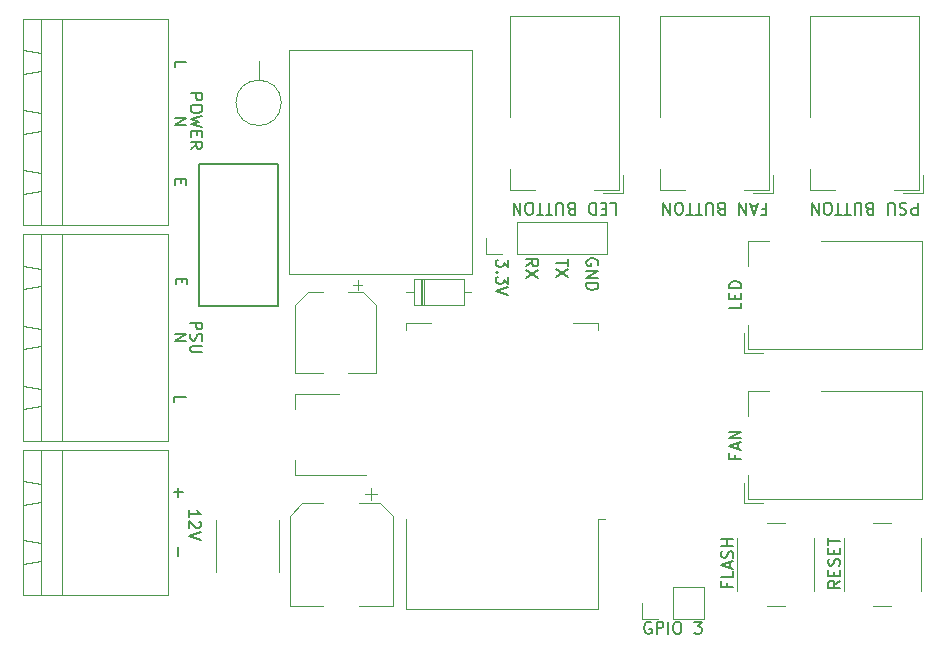
<source format=gbr>
G04 #@! TF.GenerationSoftware,KiCad,Pcbnew,(5.1.2)-2*
G04 #@! TF.CreationDate,2020-09-10T18:09:44+02:00*
G04 #@! TF.ProjectId,enclosure_helper,656e636c-6f73-4757-9265-5f68656c7065,rev?*
G04 #@! TF.SameCoordinates,Original*
G04 #@! TF.FileFunction,Legend,Top*
G04 #@! TF.FilePolarity,Positive*
%FSLAX46Y46*%
G04 Gerber Fmt 4.6, Leading zero omitted, Abs format (unit mm)*
G04 Created by KiCad (PCBNEW (5.1.2)-2) date 2020-09-10 18:09:44*
%MOMM*%
%LPD*%
G04 APERTURE LIST*
%ADD10C,0.150000*%
%ADD11C,0.120000*%
G04 APERTURE END LIST*
D10*
X161871257Y-120848500D02*
X161776019Y-120800880D01*
X161633161Y-120800880D01*
X161490304Y-120848500D01*
X161395066Y-120943738D01*
X161347447Y-121038976D01*
X161299828Y-121229452D01*
X161299828Y-121372309D01*
X161347447Y-121562785D01*
X161395066Y-121658023D01*
X161490304Y-121753261D01*
X161633161Y-121800880D01*
X161728400Y-121800880D01*
X161871257Y-121753261D01*
X161918876Y-121705642D01*
X161918876Y-121372309D01*
X161728400Y-121372309D01*
X162347447Y-121800880D02*
X162347447Y-120800880D01*
X162728400Y-120800880D01*
X162823638Y-120848500D01*
X162871257Y-120896119D01*
X162918876Y-120991357D01*
X162918876Y-121134214D01*
X162871257Y-121229452D01*
X162823638Y-121277071D01*
X162728400Y-121324690D01*
X162347447Y-121324690D01*
X163347447Y-121800880D02*
X163347447Y-120800880D01*
X164014114Y-120800880D02*
X164204590Y-120800880D01*
X164299828Y-120848500D01*
X164395066Y-120943738D01*
X164442685Y-121134214D01*
X164442685Y-121467547D01*
X164395066Y-121658023D01*
X164299828Y-121753261D01*
X164204590Y-121800880D01*
X164014114Y-121800880D01*
X163918876Y-121753261D01*
X163823638Y-121658023D01*
X163776019Y-121467547D01*
X163776019Y-121134214D01*
X163823638Y-120943738D01*
X163918876Y-120848500D01*
X164014114Y-120800880D01*
X165537923Y-120800880D02*
X166156971Y-120800880D01*
X165823638Y-121181833D01*
X165966495Y-121181833D01*
X166061733Y-121229452D01*
X166109352Y-121277071D01*
X166156971Y-121372309D01*
X166156971Y-121610404D01*
X166109352Y-121705642D01*
X166061733Y-121753261D01*
X165966495Y-121800880D01*
X165680780Y-121800880D01*
X165585542Y-121753261D01*
X165537923Y-121705642D01*
X122143828Y-91733714D02*
X122143828Y-92067047D01*
X121620019Y-92209904D02*
X121620019Y-91733714D01*
X122620019Y-91733714D01*
X122620019Y-92209904D01*
X122054928Y-83300914D02*
X122054928Y-83634247D01*
X121531119Y-83777104D02*
X121531119Y-83300914D01*
X122531119Y-83300914D01*
X122531119Y-83777104D01*
X157357700Y-90601895D02*
X157405319Y-90506657D01*
X157405319Y-90363800D01*
X157357700Y-90220942D01*
X157262461Y-90125704D01*
X157167223Y-90078085D01*
X156976747Y-90030466D01*
X156833890Y-90030466D01*
X156643414Y-90078085D01*
X156548176Y-90125704D01*
X156452938Y-90220942D01*
X156405319Y-90363800D01*
X156405319Y-90459038D01*
X156452938Y-90601895D01*
X156500557Y-90649514D01*
X156833890Y-90649514D01*
X156833890Y-90459038D01*
X156405319Y-91078085D02*
X157405319Y-91078085D01*
X156405319Y-91649514D01*
X157405319Y-91649514D01*
X156405319Y-92125704D02*
X157405319Y-92125704D01*
X157405319Y-92363800D01*
X157357700Y-92506657D01*
X157262461Y-92601895D01*
X157167223Y-92649514D01*
X156976747Y-92697133D01*
X156833890Y-92697133D01*
X156643414Y-92649514D01*
X156548176Y-92601895D01*
X156452938Y-92506657D01*
X156405319Y-92363800D01*
X156405319Y-92125704D01*
X154865319Y-90093895D02*
X154865319Y-90665323D01*
X153865319Y-90379609D02*
X154865319Y-90379609D01*
X154865319Y-90903419D02*
X153865319Y-91570085D01*
X154865319Y-91570085D02*
X153865319Y-90903419D01*
X151325319Y-90689133D02*
X151801509Y-90355800D01*
X151325319Y-90117704D02*
X152325319Y-90117704D01*
X152325319Y-90498657D01*
X152277700Y-90593895D01*
X152230080Y-90641514D01*
X152134842Y-90689133D01*
X151991985Y-90689133D01*
X151896747Y-90641514D01*
X151849128Y-90593895D01*
X151801509Y-90498657D01*
X151801509Y-90117704D01*
X152325319Y-91022466D02*
X151325319Y-91689133D01*
X152325319Y-91689133D02*
X151325319Y-91022466D01*
X149785319Y-90141609D02*
X149785319Y-90760657D01*
X149404366Y-90427323D01*
X149404366Y-90570180D01*
X149356747Y-90665419D01*
X149309128Y-90713038D01*
X149213890Y-90760657D01*
X148975795Y-90760657D01*
X148880557Y-90713038D01*
X148832938Y-90665419D01*
X148785319Y-90570180D01*
X148785319Y-90284466D01*
X148832938Y-90189228D01*
X148880557Y-90141609D01*
X148880557Y-91189228D02*
X148832938Y-91236847D01*
X148785319Y-91189228D01*
X148832938Y-91141609D01*
X148880557Y-91189228D01*
X148785319Y-91189228D01*
X149785319Y-91570180D02*
X149785319Y-92189228D01*
X149404366Y-91855895D01*
X149404366Y-91998752D01*
X149356747Y-92093990D01*
X149309128Y-92141609D01*
X149213890Y-92189228D01*
X148975795Y-92189228D01*
X148880557Y-92141609D01*
X148832938Y-92093990D01*
X148785319Y-91998752D01*
X148785319Y-91713038D01*
X148832938Y-91617800D01*
X148880557Y-91570180D01*
X149785319Y-92474942D02*
X148785319Y-92808276D01*
X149785319Y-93141609D01*
X121813628Y-115239752D02*
X121813628Y-114477847D01*
X121488247Y-109850228D02*
X122250152Y-109850228D01*
X121869200Y-110231180D02*
X121869200Y-109469276D01*
X122877319Y-95461295D02*
X123877319Y-95461295D01*
X123877319Y-95842247D01*
X123829700Y-95937485D01*
X123782080Y-95985104D01*
X123686842Y-96032723D01*
X123543985Y-96032723D01*
X123448747Y-95985104D01*
X123401128Y-95937485D01*
X123353509Y-95842247D01*
X123353509Y-95461295D01*
X122924938Y-96413676D02*
X122877319Y-96556533D01*
X122877319Y-96794628D01*
X122924938Y-96889866D01*
X122972557Y-96937485D01*
X123067795Y-96985104D01*
X123163033Y-96985104D01*
X123258271Y-96937485D01*
X123305890Y-96889866D01*
X123353509Y-96794628D01*
X123401128Y-96604152D01*
X123448747Y-96508914D01*
X123496366Y-96461295D01*
X123591604Y-96413676D01*
X123686842Y-96413676D01*
X123782080Y-96461295D01*
X123829700Y-96508914D01*
X123877319Y-96604152D01*
X123877319Y-96842247D01*
X123829700Y-96985104D01*
X123877319Y-97413676D02*
X123067795Y-97413676D01*
X122972557Y-97461295D01*
X122924938Y-97508914D01*
X122877319Y-97604152D01*
X122877319Y-97794628D01*
X122924938Y-97889866D01*
X122972557Y-97937485D01*
X123067795Y-97985104D01*
X123877319Y-97985104D01*
X122537480Y-97008914D02*
X121537480Y-97008914D01*
X122537480Y-96437485D01*
X121537480Y-96437485D01*
X121493019Y-102227023D02*
X121493019Y-101750833D01*
X122493019Y-101750833D01*
X121531119Y-78149485D02*
X122531119Y-78149485D01*
X121531119Y-78720914D01*
X122531119Y-78720914D01*
X121531119Y-73842523D02*
X121531119Y-73366333D01*
X122531119Y-73366333D01*
X122890019Y-76062176D02*
X123890019Y-76062176D01*
X123890019Y-76443128D01*
X123842400Y-76538366D01*
X123794780Y-76585985D01*
X123699542Y-76633604D01*
X123556685Y-76633604D01*
X123461447Y-76585985D01*
X123413828Y-76538366D01*
X123366209Y-76443128D01*
X123366209Y-76062176D01*
X123890019Y-77252652D02*
X123890019Y-77443128D01*
X123842400Y-77538366D01*
X123747161Y-77633604D01*
X123556685Y-77681223D01*
X123223352Y-77681223D01*
X123032876Y-77633604D01*
X122937638Y-77538366D01*
X122890019Y-77443128D01*
X122890019Y-77252652D01*
X122937638Y-77157414D01*
X123032876Y-77062176D01*
X123223352Y-77014557D01*
X123556685Y-77014557D01*
X123747161Y-77062176D01*
X123842400Y-77157414D01*
X123890019Y-77252652D01*
X123890019Y-78014557D02*
X122890019Y-78252652D01*
X123604304Y-78443128D01*
X122890019Y-78633604D01*
X123890019Y-78871700D01*
X123413828Y-79252652D02*
X123413828Y-79585985D01*
X122890019Y-79728842D02*
X122890019Y-79252652D01*
X123890019Y-79252652D01*
X123890019Y-79728842D01*
X122890019Y-80728842D02*
X123366209Y-80395509D01*
X122890019Y-80157414D02*
X123890019Y-80157414D01*
X123890019Y-80538366D01*
X123842400Y-80633604D01*
X123794780Y-80681223D01*
X123699542Y-80728842D01*
X123556685Y-80728842D01*
X123461447Y-80681223D01*
X123413828Y-80633604D01*
X123366209Y-80538366D01*
X123366209Y-80157414D01*
X158428842Y-85323419D02*
X158905033Y-85323419D01*
X158905033Y-86323419D01*
X158095509Y-85847228D02*
X157762176Y-85847228D01*
X157619319Y-85323419D02*
X158095509Y-85323419D01*
X158095509Y-86323419D01*
X157619319Y-86323419D01*
X157190747Y-85323419D02*
X157190747Y-86323419D01*
X156952652Y-86323419D01*
X156809795Y-86275800D01*
X156714557Y-86180561D01*
X156666938Y-86085323D01*
X156619319Y-85894847D01*
X156619319Y-85751990D01*
X156666938Y-85561514D01*
X156714557Y-85466276D01*
X156809795Y-85371038D01*
X156952652Y-85323419D01*
X157190747Y-85323419D01*
X155095509Y-85847228D02*
X154952652Y-85799609D01*
X154905033Y-85751990D01*
X154857414Y-85656752D01*
X154857414Y-85513895D01*
X154905033Y-85418657D01*
X154952652Y-85371038D01*
X155047890Y-85323419D01*
X155428842Y-85323419D01*
X155428842Y-86323419D01*
X155095509Y-86323419D01*
X155000271Y-86275800D01*
X154952652Y-86228180D01*
X154905033Y-86132942D01*
X154905033Y-86037704D01*
X154952652Y-85942466D01*
X155000271Y-85894847D01*
X155095509Y-85847228D01*
X155428842Y-85847228D01*
X154428842Y-86323419D02*
X154428842Y-85513895D01*
X154381223Y-85418657D01*
X154333604Y-85371038D01*
X154238366Y-85323419D01*
X154047890Y-85323419D01*
X153952652Y-85371038D01*
X153905033Y-85418657D01*
X153857414Y-85513895D01*
X153857414Y-86323419D01*
X153524080Y-86323419D02*
X152952652Y-86323419D01*
X153238366Y-85323419D02*
X153238366Y-86323419D01*
X152762176Y-86323419D02*
X152190747Y-86323419D01*
X152476461Y-85323419D02*
X152476461Y-86323419D01*
X151666938Y-86323419D02*
X151476461Y-86323419D01*
X151381223Y-86275800D01*
X151285985Y-86180561D01*
X151238366Y-85990085D01*
X151238366Y-85656752D01*
X151285985Y-85466276D01*
X151381223Y-85371038D01*
X151476461Y-85323419D01*
X151666938Y-85323419D01*
X151762176Y-85371038D01*
X151857414Y-85466276D01*
X151905033Y-85656752D01*
X151905033Y-85990085D01*
X151857414Y-86180561D01*
X151762176Y-86275800D01*
X151666938Y-86323419D01*
X150809795Y-85323419D02*
X150809795Y-86323419D01*
X150238366Y-85323419D01*
X150238366Y-86323419D01*
X171295509Y-85847228D02*
X171628842Y-85847228D01*
X171628842Y-85323419D02*
X171628842Y-86323419D01*
X171152652Y-86323419D01*
X170819319Y-85609133D02*
X170343128Y-85609133D01*
X170914557Y-85323419D02*
X170581223Y-86323419D01*
X170247890Y-85323419D01*
X169914557Y-85323419D02*
X169914557Y-86323419D01*
X169343128Y-85323419D01*
X169343128Y-86323419D01*
X167771700Y-85847228D02*
X167628842Y-85799609D01*
X167581223Y-85751990D01*
X167533604Y-85656752D01*
X167533604Y-85513895D01*
X167581223Y-85418657D01*
X167628842Y-85371038D01*
X167724080Y-85323419D01*
X168105033Y-85323419D01*
X168105033Y-86323419D01*
X167771700Y-86323419D01*
X167676461Y-86275800D01*
X167628842Y-86228180D01*
X167581223Y-86132942D01*
X167581223Y-86037704D01*
X167628842Y-85942466D01*
X167676461Y-85894847D01*
X167771700Y-85847228D01*
X168105033Y-85847228D01*
X167105033Y-86323419D02*
X167105033Y-85513895D01*
X167057414Y-85418657D01*
X167009795Y-85371038D01*
X166914557Y-85323419D01*
X166724080Y-85323419D01*
X166628842Y-85371038D01*
X166581223Y-85418657D01*
X166533604Y-85513895D01*
X166533604Y-86323419D01*
X166200271Y-86323419D02*
X165628842Y-86323419D01*
X165914557Y-85323419D02*
X165914557Y-86323419D01*
X165438366Y-86323419D02*
X164866938Y-86323419D01*
X165152652Y-85323419D02*
X165152652Y-86323419D01*
X164343128Y-86323419D02*
X164152652Y-86323419D01*
X164057414Y-86275800D01*
X163962176Y-86180561D01*
X163914557Y-85990085D01*
X163914557Y-85656752D01*
X163962176Y-85466276D01*
X164057414Y-85371038D01*
X164152652Y-85323419D01*
X164343128Y-85323419D01*
X164438366Y-85371038D01*
X164533604Y-85466276D01*
X164581223Y-85656752D01*
X164581223Y-85990085D01*
X164533604Y-86180561D01*
X164438366Y-86275800D01*
X164343128Y-86323419D01*
X163485985Y-85323419D02*
X163485985Y-86323419D01*
X162914557Y-85323419D01*
X162914557Y-86323419D01*
X184447890Y-85323419D02*
X184447890Y-86323419D01*
X184066938Y-86323419D01*
X183971700Y-86275800D01*
X183924080Y-86228180D01*
X183876461Y-86132942D01*
X183876461Y-85990085D01*
X183924080Y-85894847D01*
X183971700Y-85847228D01*
X184066938Y-85799609D01*
X184447890Y-85799609D01*
X183495509Y-85371038D02*
X183352652Y-85323419D01*
X183114557Y-85323419D01*
X183019319Y-85371038D01*
X182971700Y-85418657D01*
X182924080Y-85513895D01*
X182924080Y-85609133D01*
X182971700Y-85704371D01*
X183019319Y-85751990D01*
X183114557Y-85799609D01*
X183305033Y-85847228D01*
X183400271Y-85894847D01*
X183447890Y-85942466D01*
X183495509Y-86037704D01*
X183495509Y-86132942D01*
X183447890Y-86228180D01*
X183400271Y-86275800D01*
X183305033Y-86323419D01*
X183066938Y-86323419D01*
X182924080Y-86275800D01*
X182495509Y-86323419D02*
X182495509Y-85513895D01*
X182447890Y-85418657D01*
X182400271Y-85371038D01*
X182305033Y-85323419D01*
X182114557Y-85323419D01*
X182019319Y-85371038D01*
X181971700Y-85418657D01*
X181924080Y-85513895D01*
X181924080Y-86323419D01*
X180352652Y-85847228D02*
X180209795Y-85799609D01*
X180162176Y-85751990D01*
X180114557Y-85656752D01*
X180114557Y-85513895D01*
X180162176Y-85418657D01*
X180209795Y-85371038D01*
X180305033Y-85323419D01*
X180685985Y-85323419D01*
X180685985Y-86323419D01*
X180352652Y-86323419D01*
X180257414Y-86275800D01*
X180209795Y-86228180D01*
X180162176Y-86132942D01*
X180162176Y-86037704D01*
X180209795Y-85942466D01*
X180257414Y-85894847D01*
X180352652Y-85847228D01*
X180685985Y-85847228D01*
X179685985Y-86323419D02*
X179685985Y-85513895D01*
X179638366Y-85418657D01*
X179590747Y-85371038D01*
X179495509Y-85323419D01*
X179305033Y-85323419D01*
X179209795Y-85371038D01*
X179162176Y-85418657D01*
X179114557Y-85513895D01*
X179114557Y-86323419D01*
X178781223Y-86323419D02*
X178209795Y-86323419D01*
X178495509Y-85323419D02*
X178495509Y-86323419D01*
X178019319Y-86323419D02*
X177447890Y-86323419D01*
X177733604Y-85323419D02*
X177733604Y-86323419D01*
X176924080Y-86323419D02*
X176733604Y-86323419D01*
X176638366Y-86275800D01*
X176543128Y-86180561D01*
X176495509Y-85990085D01*
X176495509Y-85656752D01*
X176543128Y-85466276D01*
X176638366Y-85371038D01*
X176733604Y-85323419D01*
X176924080Y-85323419D01*
X177019319Y-85371038D01*
X177114557Y-85466276D01*
X177162176Y-85656752D01*
X177162176Y-85990085D01*
X177114557Y-86180561D01*
X177019319Y-86275800D01*
X176924080Y-86323419D01*
X176066938Y-85323419D02*
X176066938Y-86323419D01*
X175495509Y-85323419D01*
X175495509Y-86323419D01*
X168305171Y-117527176D02*
X168305171Y-117860509D01*
X168828980Y-117860509D02*
X167828980Y-117860509D01*
X167828980Y-117384319D01*
X168828980Y-116527176D02*
X168828980Y-117003366D01*
X167828980Y-117003366D01*
X168543266Y-116241461D02*
X168543266Y-115765271D01*
X168828980Y-116336700D02*
X167828980Y-116003366D01*
X168828980Y-115670033D01*
X168781361Y-115384319D02*
X168828980Y-115241461D01*
X168828980Y-115003366D01*
X168781361Y-114908128D01*
X168733742Y-114860509D01*
X168638504Y-114812890D01*
X168543266Y-114812890D01*
X168448028Y-114860509D01*
X168400409Y-114908128D01*
X168352790Y-115003366D01*
X168305171Y-115193842D01*
X168257552Y-115289080D01*
X168209933Y-115336700D01*
X168114695Y-115384319D01*
X168019457Y-115384319D01*
X167924219Y-115336700D01*
X167876600Y-115289080D01*
X167828980Y-115193842D01*
X167828980Y-114955747D01*
X167876600Y-114812890D01*
X168828980Y-114384319D02*
X167828980Y-114384319D01*
X168305171Y-114384319D02*
X168305171Y-113812890D01*
X168828980Y-113812890D02*
X167828980Y-113812890D01*
X177858680Y-117327180D02*
X177382490Y-117660514D01*
X177858680Y-117898609D02*
X176858680Y-117898609D01*
X176858680Y-117517657D01*
X176906300Y-117422419D01*
X176953919Y-117374800D01*
X177049157Y-117327180D01*
X177192014Y-117327180D01*
X177287252Y-117374800D01*
X177334871Y-117422419D01*
X177382490Y-117517657D01*
X177382490Y-117898609D01*
X177334871Y-116898609D02*
X177334871Y-116565276D01*
X177858680Y-116422419D02*
X177858680Y-116898609D01*
X176858680Y-116898609D01*
X176858680Y-116422419D01*
X177811061Y-116041466D02*
X177858680Y-115898609D01*
X177858680Y-115660514D01*
X177811061Y-115565276D01*
X177763442Y-115517657D01*
X177668204Y-115470038D01*
X177572966Y-115470038D01*
X177477728Y-115517657D01*
X177430109Y-115565276D01*
X177382490Y-115660514D01*
X177334871Y-115850990D01*
X177287252Y-115946228D01*
X177239633Y-115993847D01*
X177144395Y-116041466D01*
X177049157Y-116041466D01*
X176953919Y-115993847D01*
X176906300Y-115946228D01*
X176858680Y-115850990D01*
X176858680Y-115612895D01*
X176906300Y-115470038D01*
X177334871Y-115041466D02*
X177334871Y-114708133D01*
X177858680Y-114565276D02*
X177858680Y-115041466D01*
X176858680Y-115041466D01*
X176858680Y-114565276D01*
X176858680Y-114279561D02*
X176858680Y-113708133D01*
X177858680Y-113993847D02*
X176858680Y-113993847D01*
X168978271Y-106651323D02*
X168978271Y-106984657D01*
X169502080Y-106984657D02*
X168502080Y-106984657D01*
X168502080Y-106508466D01*
X169216366Y-106175133D02*
X169216366Y-105698942D01*
X169502080Y-106270371D02*
X168502080Y-105937038D01*
X169502080Y-105603704D01*
X169502080Y-105270371D02*
X168502080Y-105270371D01*
X169502080Y-104698942D01*
X168502080Y-104698942D01*
X169502080Y-93784657D02*
X169502080Y-94260847D01*
X168502080Y-94260847D01*
X168978271Y-93451323D02*
X168978271Y-93117990D01*
X169502080Y-92975133D02*
X169502080Y-93451323D01*
X168502080Y-93451323D01*
X168502080Y-92975133D01*
X169502080Y-92546561D02*
X168502080Y-92546561D01*
X168502080Y-92308466D01*
X168549700Y-92165609D01*
X168644938Y-92070371D01*
X168740176Y-92022752D01*
X168930652Y-91975133D01*
X169073509Y-91975133D01*
X169263985Y-92022752D01*
X169359223Y-92070371D01*
X169454461Y-92165609D01*
X169502080Y-92308466D01*
X169502080Y-92546561D01*
X122737619Y-111941052D02*
X122737619Y-111369623D01*
X122737619Y-111655338D02*
X123737619Y-111655338D01*
X123594761Y-111560100D01*
X123499523Y-111464861D01*
X123451904Y-111369623D01*
X123642380Y-112322004D02*
X123690000Y-112369623D01*
X123737619Y-112464861D01*
X123737619Y-112702957D01*
X123690000Y-112798195D01*
X123642380Y-112845814D01*
X123547142Y-112893433D01*
X123451904Y-112893433D01*
X123309047Y-112845814D01*
X122737619Y-112274385D01*
X122737619Y-112893433D01*
X123737619Y-113179147D02*
X122737619Y-113512480D01*
X123737619Y-113845814D01*
D11*
X130343100Y-116613252D02*
X130343100Y-112205748D01*
X125003100Y-116613252D02*
X125003100Y-112205748D01*
D10*
X130301000Y-82065300D02*
X123601000Y-82065300D01*
X130301000Y-94065300D02*
X123601000Y-94065300D01*
X130301000Y-82065300D02*
X130301000Y-94065300D01*
X123601000Y-82065300D02*
X123601000Y-94065300D01*
D11*
X159171700Y-84235800D02*
X157071700Y-84235800D01*
X159471700Y-84535800D02*
X159471700Y-82935800D01*
X157771700Y-84535800D02*
X159471700Y-84535800D01*
X149971700Y-84235800D02*
X149971700Y-82435800D01*
X152071700Y-84235800D02*
X149971700Y-84235800D01*
X159171700Y-69535800D02*
X159171700Y-84235800D01*
X149971700Y-69535800D02*
X159171700Y-69535800D01*
X149971700Y-78035800D02*
X149971700Y-69535800D01*
X146719700Y-72369800D02*
X144969700Y-72369800D01*
X131219700Y-72369800D02*
X132969700Y-72369800D01*
X131219700Y-72369800D02*
X131219700Y-75769800D01*
X146719700Y-91369800D02*
X138969700Y-91369800D01*
X146719700Y-91369800D02*
X146719700Y-87969800D01*
X131219700Y-91369800D02*
X131219700Y-87969800D01*
X146719700Y-91369800D02*
X146719700Y-88369800D01*
X131219700Y-72369800D02*
X146719700Y-72369800D01*
X131219700Y-91369800D02*
X131219700Y-72369800D01*
X146719700Y-91369800D02*
X131219700Y-91369800D01*
X146719700Y-72369800D02*
X146719700Y-91369800D01*
X128651000Y-74940400D02*
X128651000Y-73280400D01*
X130571000Y-76860400D02*
G75*
G03X130571000Y-76860400I-1920000J0D01*
G01*
X137425130Y-92278130D02*
X136637630Y-92278130D01*
X137031380Y-91884380D02*
X137031380Y-92671880D01*
X132838317Y-92911880D02*
X131773880Y-93976317D01*
X137529443Y-92911880D02*
X138593880Y-93976317D01*
X137529443Y-92911880D02*
X136243880Y-92911880D01*
X132838317Y-92911880D02*
X134123880Y-92911880D01*
X131773880Y-93976317D02*
X131773880Y-99731880D01*
X138593880Y-93976317D02*
X138593880Y-99731880D01*
X138593880Y-99731880D02*
X136243880Y-99731880D01*
X131773880Y-99731880D02*
X134123880Y-99731880D01*
X171871700Y-84235800D02*
X169771700Y-84235800D01*
X172171700Y-84535800D02*
X172171700Y-82935800D01*
X170471700Y-84535800D02*
X172171700Y-84535800D01*
X162671700Y-84235800D02*
X162671700Y-82435800D01*
X164771700Y-84235800D02*
X162671700Y-84235800D01*
X171871700Y-69535800D02*
X171871700Y-84235800D01*
X162671700Y-69535800D02*
X171871700Y-69535800D01*
X162671700Y-78035800D02*
X162671700Y-69535800D01*
X161128400Y-120544900D02*
X161128400Y-119214900D01*
X162458400Y-120544900D02*
X161128400Y-120544900D01*
X163728400Y-120544900D02*
X163728400Y-117884900D01*
X163728400Y-117884900D02*
X166328400Y-117884900D01*
X163728400Y-120544900D02*
X166328400Y-120544900D01*
X166328400Y-120544900D02*
X166328400Y-117884900D01*
X137716700Y-108362800D02*
X131706700Y-108362800D01*
X135466700Y-101542800D02*
X131706700Y-101542800D01*
X131706700Y-108362800D02*
X131706700Y-107102800D01*
X131706700Y-101542800D02*
X131706700Y-102802800D01*
X138658700Y-110012800D02*
X137658700Y-110012800D01*
X138158700Y-109512800D02*
X138158700Y-110512800D01*
X132353137Y-110752800D02*
X131288700Y-111817237D01*
X138944263Y-110752800D02*
X140008700Y-111817237D01*
X138944263Y-110752800D02*
X137158700Y-110752800D01*
X132353137Y-110752800D02*
X134138700Y-110752800D01*
X131288700Y-111817237D02*
X131288700Y-119472800D01*
X140008700Y-111817237D02*
X140008700Y-119472800D01*
X140008700Y-119472800D02*
X137158700Y-119472800D01*
X131288700Y-119472800D02*
X134138700Y-119472800D01*
X110236600Y-82790600D02*
X108736600Y-82540600D01*
X110236600Y-84290600D02*
X110236600Y-82790600D01*
X108736600Y-84540600D02*
X110236600Y-84290600D01*
X108736600Y-82540600D02*
X108736600Y-84540600D01*
X110236600Y-77710600D02*
X108736600Y-77460600D01*
X110236600Y-79210600D02*
X110236600Y-77710600D01*
X108736600Y-79460600D02*
X110236600Y-79210600D01*
X108736600Y-77460600D02*
X108736600Y-79460600D01*
X110236600Y-72630600D02*
X108736600Y-72380600D01*
X110236600Y-74130600D02*
X110236600Y-72630600D01*
X108736600Y-74380600D02*
X110236600Y-74130600D01*
X108736600Y-72380600D02*
X108736600Y-74380600D01*
X110236600Y-87190600D02*
X110236600Y-69730600D01*
X112036600Y-87190600D02*
X110236600Y-87190600D01*
X112036600Y-69730600D02*
X112036600Y-87190600D01*
X110236600Y-69730600D02*
X112036600Y-69730600D01*
X120956600Y-87190600D02*
X120956600Y-69730600D01*
X108736600Y-87190600D02*
X120956600Y-87190600D01*
X108736600Y-69730600D02*
X108736600Y-87190600D01*
X120956600Y-69730600D02*
X108736600Y-69730600D01*
X110223900Y-101053200D02*
X108723900Y-100803200D01*
X110223900Y-102553200D02*
X110223900Y-101053200D01*
X108723900Y-102803200D02*
X110223900Y-102553200D01*
X108723900Y-100803200D02*
X108723900Y-102803200D01*
X110223900Y-95973200D02*
X108723900Y-95723200D01*
X110223900Y-97473200D02*
X110223900Y-95973200D01*
X108723900Y-97723200D02*
X110223900Y-97473200D01*
X108723900Y-95723200D02*
X108723900Y-97723200D01*
X110223900Y-90893200D02*
X108723900Y-90643200D01*
X110223900Y-92393200D02*
X110223900Y-90893200D01*
X108723900Y-92643200D02*
X110223900Y-92393200D01*
X108723900Y-90643200D02*
X108723900Y-92643200D01*
X110223900Y-105453200D02*
X110223900Y-87993200D01*
X112023900Y-105453200D02*
X110223900Y-105453200D01*
X112023900Y-87993200D02*
X112023900Y-105453200D01*
X110223900Y-87993200D02*
X112023900Y-87993200D01*
X120943900Y-105453200D02*
X120943900Y-87993200D01*
X108723900Y-105453200D02*
X120943900Y-105453200D01*
X108723900Y-87993200D02*
X108723900Y-105453200D01*
X120943900Y-87993200D02*
X108723900Y-87993200D01*
X110236600Y-114130400D02*
X108736600Y-113880400D01*
X110236600Y-115630400D02*
X110236600Y-114130400D01*
X108736600Y-115880400D02*
X110236600Y-115630400D01*
X108736600Y-113880400D02*
X108736600Y-115880400D01*
X110236600Y-109130400D02*
X108736600Y-108880400D01*
X110236600Y-110630400D02*
X110236600Y-109130400D01*
X108736600Y-110880400D02*
X110236600Y-110630400D01*
X108736600Y-108880400D02*
X108736600Y-110880400D01*
X110236600Y-118490400D02*
X110236600Y-106270400D01*
X112036600Y-118490400D02*
X110236600Y-118490400D01*
X112036600Y-106270400D02*
X112036600Y-118490400D01*
X110236600Y-106270400D02*
X112036600Y-106270400D01*
X120956600Y-118490400D02*
X120956600Y-106270400D01*
X108736600Y-118490400D02*
X120956600Y-118490400D01*
X108736600Y-106270400D02*
X108736600Y-118490400D01*
X120956600Y-106270400D02*
X108736600Y-106270400D01*
X147907700Y-89645800D02*
X147907700Y-88315800D01*
X149237700Y-89645800D02*
X147907700Y-89645800D01*
X150507700Y-89645800D02*
X150507700Y-86985800D01*
X150507700Y-86985800D02*
X158187700Y-86985800D01*
X150507700Y-89645800D02*
X158187700Y-89645800D01*
X158187700Y-89645800D02*
X158187700Y-86985800D01*
X142383700Y-91767800D02*
X142383700Y-94007800D01*
X142623700Y-91767800D02*
X142623700Y-94007800D01*
X142503700Y-91767800D02*
X142503700Y-94007800D01*
X146673700Y-92887800D02*
X146023700Y-92887800D01*
X141133700Y-92887800D02*
X141783700Y-92887800D01*
X146023700Y-91767800D02*
X141783700Y-91767800D01*
X146023700Y-94007800D02*
X146023700Y-91767800D01*
X141783700Y-94007800D02*
X146023700Y-94007800D01*
X141783700Y-91767800D02*
X141783700Y-94007800D01*
X157357700Y-119739800D02*
X141117700Y-119739800D01*
X141117700Y-119739800D02*
X141117700Y-112119800D01*
X141117700Y-96119800D02*
X141117700Y-95499800D01*
X141117700Y-95499800D02*
X143237700Y-95499800D01*
X155237700Y-95499800D02*
X157357700Y-95499800D01*
X157357700Y-95499800D02*
X157357700Y-96119800D01*
X157357700Y-112119800D02*
X157357700Y-119739800D01*
X157357700Y-112119800D02*
X157967700Y-112119800D01*
X184571700Y-84235800D02*
X182471700Y-84235800D01*
X184871700Y-84535800D02*
X184871700Y-82935800D01*
X183171700Y-84535800D02*
X184871700Y-84535800D01*
X175371700Y-84235800D02*
X175371700Y-82435800D01*
X177471700Y-84235800D02*
X175371700Y-84235800D01*
X184571700Y-69535800D02*
X184571700Y-84235800D01*
X175371700Y-69535800D02*
X184571700Y-69535800D01*
X175371700Y-78035800D02*
X175371700Y-69535800D01*
X170081700Y-110441800D02*
X170081700Y-108341800D01*
X169781700Y-110741800D02*
X171381700Y-110741800D01*
X169781700Y-109041800D02*
X169781700Y-110741800D01*
X170081700Y-101241800D02*
X171881700Y-101241800D01*
X170081700Y-103341800D02*
X170081700Y-101241800D01*
X184781700Y-110441800D02*
X170081700Y-110441800D01*
X184781700Y-101241800D02*
X184781700Y-110441800D01*
X176281700Y-101241800D02*
X184781700Y-101241800D01*
X170081700Y-97741800D02*
X170081700Y-95641800D01*
X169781700Y-98041800D02*
X171381700Y-98041800D01*
X169781700Y-96341800D02*
X169781700Y-98041800D01*
X170081700Y-88541800D02*
X171881700Y-88541800D01*
X170081700Y-90641800D02*
X170081700Y-88541800D01*
X184781700Y-97741800D02*
X170081700Y-97741800D01*
X184781700Y-88541800D02*
X184781700Y-97741800D01*
X176281700Y-88541800D02*
X184781700Y-88541800D01*
X173192700Y-112426800D02*
X171692700Y-112426800D01*
X169192700Y-113676800D02*
X169192700Y-118176800D01*
X171692700Y-119426800D02*
X173192700Y-119426800D01*
X175692700Y-118176800D02*
X175692700Y-113676800D01*
X182209700Y-112426800D02*
X180709700Y-112426800D01*
X178209700Y-113676800D02*
X178209700Y-118176800D01*
X180709700Y-119426800D02*
X182209700Y-119426800D01*
X184709700Y-118176800D02*
X184709700Y-113676800D01*
M02*

</source>
